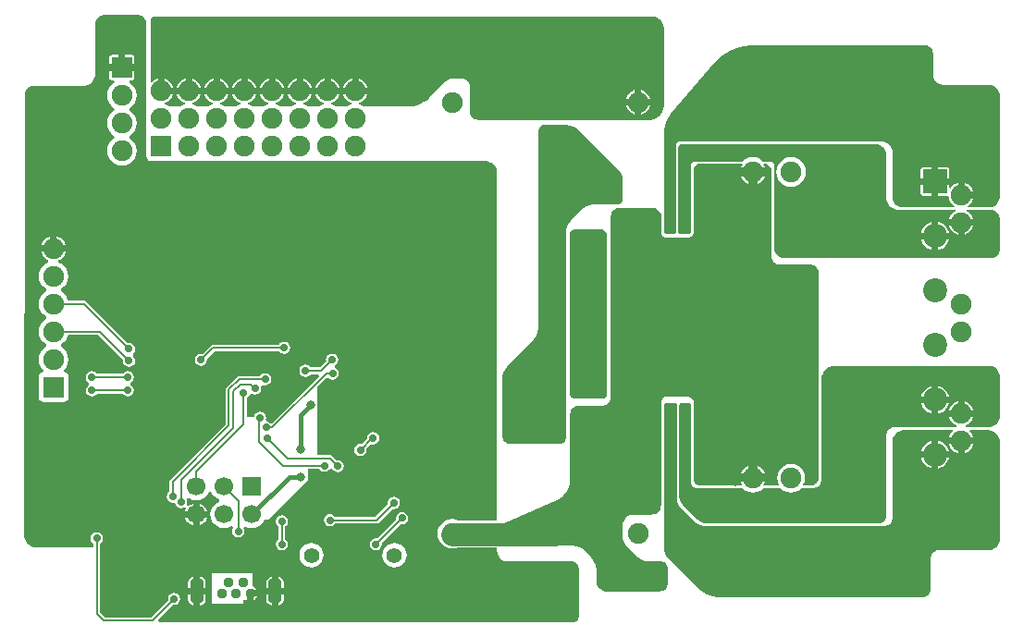
<source format=gtl>
G04 Layer_Physical_Order=1*
G04 Layer_Color=16776960*
%FSLAX43Y43*%
%MOMM*%
G71*
G01*
G75*
%ADD10C,0.200*%
%ADD11C,0.400*%
%ADD12C,2.100*%
%ADD13C,1.900*%
%ADD14R,1.900X1.900*%
%ADD15C,2.200*%
%ADD16R,2.200X2.200*%
%ADD17R,1.900X1.900*%
%ADD18C,1.400*%
%ADD19C,1.700*%
%ADD20R,1.700X1.700*%
%ADD21C,0.950*%
G04:AMPARAMS|DCode=22|XSize=2.2mm|YSize=1.2mm|CornerRadius=0.3mm|HoleSize=0mm|Usage=FLASHONLY|Rotation=90.000|XOffset=0mm|YOffset=0mm|HoleType=Round|Shape=RoundedRectangle|*
%AMROUNDEDRECTD22*
21,1,2.200,0.600,0,0,90.0*
21,1,1.600,1.200,0,0,90.0*
1,1,0.600,0.300,0.800*
1,1,0.600,0.300,-0.800*
1,1,0.600,-0.300,-0.800*
1,1,0.600,-0.300,0.800*
%
%ADD22ROUNDEDRECTD22*%
%ADD23C,0.700*%
%ADD24C,1.500*%
%ADD25C,1.000*%
%ADD26C,0.800*%
G36*
X47800Y45700D02*
X49576Y45700D01*
X49576Y45700D01*
Y45700D01*
X49796Y45700D01*
X50227Y45614D01*
X50633Y45446D01*
X50998Y45202D01*
X51153Y45046D01*
X54517Y41683D01*
X54517Y41683D01*
X54649Y41543D01*
X54812Y41298D01*
X54937Y40998D01*
X55000Y40680D01*
X55000Y40517D01*
X55000Y38900D01*
X55000Y38900D01*
X55000Y38810D01*
X54931Y38645D01*
X54805Y38519D01*
X54640Y38450D01*
X54550Y38450D01*
X52404Y38450D01*
X52404Y38450D01*
X52249Y38442D01*
X51946Y38382D01*
X51660Y38264D01*
X51403Y38092D01*
X51288Y37988D01*
X50212Y36912D01*
Y36912D01*
X50119Y36810D01*
X49966Y36580D01*
X49861Y36326D01*
X49807Y36055D01*
X49800Y35917D01*
X49800Y33900D01*
X49800Y21600D01*
X49800Y17100D01*
X49800Y17100D01*
X49800Y16981D01*
X49708Y16760D01*
X49540Y16591D01*
X49319Y16500D01*
X49200Y16500D01*
X44631Y16500D01*
X44496Y16527D01*
X44368Y16580D01*
X44254Y16656D01*
X44156Y16754D01*
X44080Y16868D01*
X44027Y16996D01*
X44000Y17131D01*
Y20000D01*
X44000Y22517D01*
X44000Y22517D01*
X44007Y22714D01*
X44063Y22998D01*
X44188Y23298D01*
X44368Y23568D01*
X44483Y23683D01*
X46717Y25917D01*
X46717Y25917D01*
X46717Y25917D01*
X46848Y26062D01*
X47065Y26386D01*
X47214Y26747D01*
X47290Y27129D01*
X47300Y27324D01*
X47300Y45200D01*
X47335Y45385D01*
X47376Y45483D01*
X47517Y45624D01*
X47701Y45700D01*
X47800Y45700D01*
D02*
G37*
G36*
X53325Y36079D02*
X53482Y35922D01*
X53567Y35717D01*
X53567Y35605D01*
X53567D01*
X53567Y35605D01*
X53567Y21064D01*
X53567Y20985D01*
X53506Y20838D01*
X53394Y20725D01*
X53287Y20681D01*
X53167Y20664D01*
X50617Y20664D01*
X50527Y20664D01*
X50362Y20733D01*
X50235Y20859D01*
X50167Y21025D01*
X50167Y21114D01*
X50167Y35667D01*
X50167Y35766D01*
X50243Y35949D01*
X50383Y36089D01*
X50565Y36164D01*
X50664Y36164D01*
X50664Y36164D01*
X53008Y36164D01*
X53119Y36164D01*
X53325Y36079D01*
D02*
G37*
G36*
X59767Y20264D02*
X59803Y20264D01*
X59869Y20237D01*
X59910Y20196D01*
X59947Y20084D01*
Y20084D01*
X59947Y19965D01*
X59947Y11469D01*
X59952Y11370D01*
X59990Y11177D01*
X60066Y10995D01*
X60161Y10852D01*
X60175Y10832D01*
X60241Y10758D01*
X60241Y10759D01*
X61659Y9341D01*
X61743Y9265D01*
X61933Y9138D01*
X62144Y9050D01*
X62369Y9006D01*
X62483Y9000D01*
X62681D01*
X62681Y9000D01*
X62701D01*
X62720Y8996D01*
X62883Y8996D01*
X78400D01*
X78473Y8996D01*
X78493Y9000D01*
X78943D01*
X79015Y9003D01*
X79155Y9031D01*
X79288Y9086D01*
X79407Y9166D01*
X79509Y9268D01*
X79588Y9387D01*
X79643Y9520D01*
X79671Y9660D01*
X79675Y9732D01*
X79675Y9732D01*
Y16675D01*
Y16782D01*
X79717Y16993D01*
X79799Y17191D01*
X79918Y17369D01*
X80070Y17521D01*
X80248Y17640D01*
X80446Y17722D01*
X80657Y17764D01*
X80764Y17764D01*
X80764Y17764D01*
X85164Y17764D01*
X85205Y17644D01*
X85156Y17606D01*
X84971Y17366D01*
X84856Y17086D01*
X84856Y17086D01*
X85976D01*
X87096D01*
X87096Y17086D01*
X86981Y17366D01*
X86796Y17606D01*
X86747Y17644D01*
X86788Y17764D01*
X88436D01*
X88540Y17764D01*
X88745Y17723D01*
X88937Y17644D01*
X89111Y17528D01*
X89258Y17380D01*
X89374Y17207D01*
X89454Y17014D01*
X89491Y16825D01*
X89494Y16709D01*
Y16705D01*
X89494Y16705D01*
X89495Y16705D01*
X89495Y7695D01*
Y7606D01*
X89460Y7434D01*
X89393Y7271D01*
X89295Y7124D01*
X89170Y7000D01*
X89024Y6902D01*
X88861Y6834D01*
X88718Y6806D01*
X88600Y6800D01*
X88600Y6800D01*
X88600Y6800D01*
X84000Y6800D01*
X83922Y6796D01*
X83768Y6766D01*
X83623Y6706D01*
X83492Y6618D01*
X83382Y6508D01*
X83294Y6377D01*
X83234Y6232D01*
X83212Y6122D01*
X83204Y6078D01*
X83200Y6000D01*
X83200Y6000D01*
X83200Y6000D01*
X83200Y3300D01*
X83200Y3213D01*
X83166Y3042D01*
X83099Y2881D01*
X83002Y2736D01*
X82879Y2612D01*
X82734Y2516D01*
X82573Y2449D01*
X82439Y2422D01*
X82315Y2415D01*
X77200Y2415D01*
X64065Y2415D01*
X63909Y2415D01*
X63598Y2445D01*
X63291Y2506D01*
X62991Y2597D01*
X62703Y2717D01*
X62427Y2864D01*
X62167Y3038D01*
X61925Y3237D01*
X61814Y3347D01*
X61814Y3347D01*
X59339Y5822D01*
X59199Y5963D01*
X58977Y6294D01*
X58825Y6662D01*
X58747Y7053D01*
X58747Y7252D01*
X58747Y10184D01*
X58747Y20045D01*
X58747Y20088D01*
X58781Y20169D01*
X58842Y20231D01*
X58923Y20264D01*
X58967Y20264D01*
X58967Y20264D01*
X59767Y20264D01*
D02*
G37*
G36*
X68293Y42068D02*
X68471Y41891D01*
X68567Y41659D01*
X68567Y41533D01*
X68567Y41533D01*
X68567Y41533D01*
X68567Y34900D01*
X68567Y33733D01*
X68571Y33651D01*
X68603Y33491D01*
X68665Y33340D01*
X68756Y33205D01*
X68871Y33089D01*
X69007Y32998D01*
X69158Y32936D01*
X69318Y32904D01*
X69400Y32900D01*
X72276Y32900D01*
X72424Y32870D01*
X72563Y32813D01*
X72689Y32729D01*
X72796Y32622D01*
X72880Y32496D01*
X72937Y32357D01*
X72958Y32251D01*
X72967Y32133D01*
Y32133D01*
X72967Y32133D01*
X72967Y32133D01*
X72967Y13467D01*
X72967Y13388D01*
X72936Y13233D01*
X72876Y13087D01*
X72788Y12955D01*
X72676Y12843D01*
X72544Y12755D01*
X72398Y12695D01*
X72288Y12673D01*
X72164Y12664D01*
X72037Y12664D01*
X71552D01*
X71501Y12791D01*
X71618Y13074D01*
X71661Y13400D01*
X71618Y13726D01*
X71492Y14030D01*
X71292Y14292D01*
X71030Y14492D01*
X70726Y14618D01*
X70400Y14661D01*
X70074Y14618D01*
X69770Y14492D01*
X69508Y14292D01*
X69308Y14030D01*
X69182Y13726D01*
X69139Y13400D01*
X69182Y13074D01*
X69299Y12791D01*
X69248Y12664D01*
X67929D01*
X67872Y12778D01*
X67905Y12820D01*
X67979Y13000D01*
X66900D01*
X65821D01*
X65895Y12820D01*
X65928Y12778D01*
X65871Y12664D01*
X62042Y12664D01*
X61928Y12664D01*
X61716Y12751D01*
X61554Y12913D01*
X61467Y13125D01*
X61467Y13239D01*
X61467Y13239D01*
X61467Y15618D01*
X61473Y15664D01*
X61467Y15710D01*
Y16618D01*
X61473Y16664D01*
X61467Y16710D01*
X61467Y17618D01*
X61473Y17664D01*
X61467Y17710D01*
X61467Y18618D01*
X61473Y18664D01*
X61467Y18710D01*
X61467Y19618D01*
X61473Y19664D01*
X61467Y19710D01*
Y20327D01*
X61458Y20419D01*
X61387Y20590D01*
X61257Y20720D01*
X61110Y20781D01*
X61086Y20791D01*
X60998Y20799D01*
X60994Y20800D01*
X60994Y20800D01*
X60994Y20800D01*
X59000Y20800D01*
X58907Y20791D01*
X58735Y20720D01*
X58604Y20588D01*
X58543Y20442D01*
X58533Y20416D01*
X58524Y20324D01*
X58524Y20324D01*
X58524D01*
X58524Y20199D01*
X58524Y20197D01*
X58524Y11024D01*
X58524Y10923D01*
X58484Y10725D01*
X58407Y10539D01*
X58295Y10371D01*
X58152Y10228D01*
X57985Y10116D01*
X57799Y10039D01*
X57625Y10005D01*
X57523Y10001D01*
X57500Y10000D01*
X57500Y10000D01*
X55900Y10000D01*
X55812Y9996D01*
X55639Y9961D01*
X55476Y9894D01*
X55329Y9796D01*
X55204Y9671D01*
X55106Y9524D01*
X55039Y9361D01*
X55011Y9221D01*
X55004Y9188D01*
X55000Y9100D01*
X55000Y9100D01*
X55000D01*
X55000Y9100D01*
X55000Y7983D01*
X55006Y7869D01*
X55050Y7644D01*
X55138Y7433D01*
X55262Y7247D01*
X55265Y7243D01*
X55341Y7159D01*
X55341Y7159D01*
X56359Y6141D01*
X56447Y6061D01*
X56645Y5929D01*
X56864Y5838D01*
X57098Y5792D01*
X57217Y5786D01*
X58414Y5786D01*
X58482Y5786D01*
X58614Y5760D01*
X58739Y5708D01*
X58851Y5633D01*
X58947Y5537D01*
X59022Y5425D01*
X59074Y5300D01*
X59090Y5217D01*
X59100Y5100D01*
Y5100D01*
X59100Y5100D01*
X59100Y5100D01*
X59100Y3700D01*
X59100Y3631D01*
X59073Y3496D01*
X59020Y3368D01*
X58944Y3254D01*
X58846Y3156D01*
X58732Y3080D01*
X58604Y3027D01*
X58523Y3011D01*
X58400Y3000D01*
X55000Y3000D01*
X53411D01*
X53237Y3035D01*
X53074Y3102D01*
X52926Y3201D01*
X52801Y3326D01*
X52702Y3474D01*
X52635Y3637D01*
X52600Y3811D01*
Y3900D01*
X52600D01*
X52600Y4700D01*
X52588Y4945D01*
X52492Y5426D01*
X52305Y5878D01*
X52033Y6286D01*
X51686Y6632D01*
X51278Y6905D01*
X50826Y7092D01*
X50345Y7188D01*
X50100Y7200D01*
X50100Y7200D01*
X50100Y7200D01*
X44100Y7200D01*
X44100Y9200D01*
X48979Y11372D01*
X49109Y11435D01*
X49352Y11589D01*
X49571Y11776D01*
X49761Y11993D01*
X49918Y12234D01*
X50039Y12496D01*
X50120Y12772D01*
X50162Y13057D01*
X50167Y13201D01*
X50167Y13201D01*
X50167Y19167D01*
Y19249D01*
X50199Y19410D01*
X50262Y19561D01*
X50353Y19698D01*
X50469Y19814D01*
X50606Y19905D01*
X50757Y19968D01*
X50918Y20000D01*
X51000D01*
X51000Y20000D01*
X53100Y20000D01*
X53178Y20004D01*
X53332Y20034D01*
X53477Y20094D01*
X53607Y20182D01*
X53718Y20292D01*
X53806Y20423D01*
X53866Y20568D01*
X53896Y20722D01*
X53900Y20800D01*
X53900Y20800D01*
Y31164D01*
X53900Y37300D01*
X53900Y37379D01*
X53931Y37533D01*
X53991Y37679D01*
X54079Y37810D01*
X54190Y37921D01*
X54321Y38009D01*
X54467Y38069D01*
X54621Y38100D01*
X54700D01*
X54700Y38100D01*
X57700Y38100D01*
X57781Y38100D01*
X57940Y38068D01*
X58090Y38006D01*
X58225Y37916D01*
X58340Y37801D01*
X58430Y37667D01*
X58492Y37517D01*
X58516Y37395D01*
X58524Y37277D01*
Y37276D01*
X58524Y37276D01*
X58524Y37276D01*
X58524Y35843D01*
X58532Y35757D01*
X58598Y35597D01*
X58720Y35475D01*
X58880Y35408D01*
X58967Y35400D01*
X60973Y35400D01*
X61070Y35409D01*
X61248Y35483D01*
X61384Y35619D01*
X61457Y35797D01*
X61467Y35894D01*
X61467Y35894D01*
Y41567D01*
X61467Y41686D01*
X61558Y41905D01*
X61726Y42073D01*
X61945Y42164D01*
X62064Y42164D01*
X62064Y42164D01*
X65893Y42164D01*
X65950Y42050D01*
X65895Y41980D01*
X65821Y41800D01*
X66900D01*
X67979D01*
X67905Y41980D01*
X67850Y42050D01*
X67907Y42164D01*
X67936D01*
X68061Y42164D01*
X68293Y42068D01*
D02*
G37*
G36*
X12164Y55664D02*
X57636Y55664D01*
X57636Y55664D01*
X57636Y55664D01*
X57636D01*
X57756Y55663D01*
X57968Y55620D01*
X58176Y55535D01*
X58362Y55410D01*
X58521Y55251D01*
X58646Y55064D01*
X58732Y54857D01*
X58775Y54637D01*
X58775Y54525D01*
X58775Y47575D01*
X58775Y47575D01*
Y47436D01*
X58721Y47164D01*
X58615Y46907D01*
X58460Y46676D01*
X58264Y46479D01*
X58033Y46325D01*
X57776Y46219D01*
X57503Y46164D01*
X57364D01*
X41836Y46164D01*
X41753D01*
X41592Y46196D01*
X41440Y46259D01*
X41303Y46351D01*
X41187Y46467D01*
X41095Y46604D01*
X41032Y46756D01*
X41000Y46918D01*
X41000Y49200D01*
X41000Y49200D01*
X41000Y49200D01*
X41000Y49200D01*
X40996Y49275D01*
X40988Y49317D01*
X40967Y49422D01*
X40910Y49560D01*
X40827Y49685D01*
X40721Y49791D01*
X40596Y49874D01*
X40458Y49931D01*
X40311Y49961D01*
X40236Y49964D01*
X39497Y49964D01*
X39497Y49964D01*
X39394Y49959D01*
X39194Y49919D01*
X39005Y49841D01*
X38834Y49727D01*
X38759Y49659D01*
X37295Y48195D01*
X37295Y48195D01*
X37204Y48104D01*
X37004Y47940D01*
X36789Y47796D01*
X36561Y47674D01*
X36322Y47575D01*
X36074Y47500D01*
X35821Y47450D01*
X35564Y47424D01*
X35434D01*
X31269Y47424D01*
X31211Y47469D01*
X30896Y47600D01*
X30884Y47644D01*
X30886Y47733D01*
X31110Y47825D01*
X31350Y48010D01*
X31535Y48250D01*
X31650Y48530D01*
X31650Y48530D01*
X29410D01*
X29410Y48530D01*
X29525Y48250D01*
X29710Y48010D01*
X29950Y47825D01*
X30174Y47733D01*
X30176Y47644D01*
X30164Y47600D01*
X29849Y47469D01*
X29791Y47424D01*
X28729Y47424D01*
X28671Y47469D01*
X28356Y47600D01*
X28344Y47644D01*
X28346Y47733D01*
X28570Y47825D01*
X28810Y48010D01*
X28995Y48250D01*
X29110Y48530D01*
X29110Y48530D01*
X26870D01*
X26870Y48530D01*
X26985Y48250D01*
X27170Y48010D01*
X27410Y47825D01*
X27634Y47733D01*
X27636Y47644D01*
X27624Y47600D01*
X27309Y47469D01*
X27251Y47424D01*
X26189D01*
X26131Y47469D01*
X25816Y47600D01*
X25804Y47644D01*
X25806Y47733D01*
X26030Y47825D01*
X26270Y48010D01*
X26455Y48250D01*
X26570Y48530D01*
X26570Y48530D01*
X24330D01*
X24330Y48530D01*
X24445Y48250D01*
X24630Y48010D01*
X24870Y47825D01*
X25094Y47733D01*
X25096Y47644D01*
X25084Y47600D01*
X24769Y47469D01*
X24711Y47424D01*
X23649Y47424D01*
X23591Y47469D01*
X23276Y47600D01*
X23264Y47644D01*
X23266Y47733D01*
X23490Y47825D01*
X23730Y48010D01*
X23915Y48250D01*
X24030Y48530D01*
X24030Y48530D01*
X21790D01*
X21790Y48530D01*
X21905Y48250D01*
X22090Y48010D01*
X22330Y47825D01*
X22554Y47733D01*
X22556Y47644D01*
X22544Y47600D01*
X22229Y47469D01*
X22171Y47424D01*
X21109Y47424D01*
X21051Y47469D01*
X20736Y47600D01*
X20724Y47644D01*
X20726Y47733D01*
X20950Y47825D01*
X21190Y48010D01*
X21375Y48250D01*
X21490Y48530D01*
X21490Y48530D01*
X19250D01*
X19250Y48530D01*
X19365Y48250D01*
X19550Y48010D01*
X19790Y47825D01*
X20014Y47733D01*
X20016Y47644D01*
X20004Y47600D01*
X19689Y47469D01*
X19631Y47424D01*
X18569D01*
X18511Y47469D01*
X18196Y47600D01*
X18184Y47644D01*
X18186Y47733D01*
X18410Y47825D01*
X18650Y48010D01*
X18835Y48250D01*
X18950Y48530D01*
X18950Y48530D01*
X16710D01*
X16710Y48530D01*
X16825Y48250D01*
X17010Y48010D01*
X17250Y47825D01*
X17474Y47733D01*
X17476Y47644D01*
X17464Y47600D01*
X17149Y47469D01*
X17091Y47424D01*
X16029Y47424D01*
X15971Y47469D01*
X15656Y47600D01*
X15644Y47644D01*
X15646Y47733D01*
X15870Y47825D01*
X16110Y48010D01*
X16295Y48250D01*
X16410Y48530D01*
X16410Y48530D01*
X14170D01*
X14170Y48530D01*
X14285Y48250D01*
X14470Y48010D01*
X14710Y47825D01*
X14934Y47733D01*
X14936Y47644D01*
X14924Y47600D01*
X14609Y47469D01*
X14551Y47424D01*
X13489Y47424D01*
X13431Y47469D01*
X13116Y47600D01*
X13104Y47644D01*
X13106Y47733D01*
X13330Y47825D01*
X13570Y48010D01*
X13755Y48250D01*
X13870Y48530D01*
X13870Y48530D01*
X12750D01*
Y48830D01*
X12450D01*
Y49950D01*
X12450Y49950D01*
X12170Y49835D01*
X11930Y49650D01*
X11920Y49638D01*
X11800Y49679D01*
Y55300D01*
X11800Y55372D01*
X11855Y55506D01*
X11958Y55609D01*
X12092Y55664D01*
X12164Y55664D01*
D02*
G37*
G36*
X88536Y23664D02*
X88630Y23664D01*
X88815Y23627D01*
X88990Y23555D01*
X89147Y23450D01*
X89281Y23317D01*
X89385Y23160D01*
X89458Y22985D01*
X89490Y22824D01*
X89495Y22706D01*
Y22705D01*
X89495Y22705D01*
X89495Y22705D01*
X89495Y18995D01*
X89495Y18903D01*
X89459Y18723D01*
X89389Y18554D01*
X89287Y18402D01*
X89157Y18272D01*
X89005Y18170D01*
X88836Y18100D01*
X88689Y18071D01*
X88564Y18064D01*
Y18064D01*
X86418Y18064D01*
X86391Y18076D01*
Y18213D01*
X86556Y18281D01*
X86796Y18466D01*
X86981Y18706D01*
X87096Y18986D01*
X87096Y18986D01*
X85976D01*
X84856D01*
X84856Y18986D01*
X84971Y18706D01*
X85156Y18466D01*
X85396Y18281D01*
X85561Y18213D01*
Y18076D01*
X85534Y18064D01*
X79864Y18064D01*
X79794Y18061D01*
X79655Y18033D01*
X79524Y17979D01*
X79407Y17900D01*
X79307Y17800D01*
X79228Y17683D01*
X79174Y17552D01*
X79156Y17464D01*
X79146Y17413D01*
X79143Y17343D01*
X79143D01*
X79143Y9943D01*
X79143Y9870D01*
X79114Y9726D01*
X79058Y9591D01*
X78977Y9469D01*
X78873Y9366D01*
X78752Y9285D01*
X78617Y9229D01*
X78473Y9200D01*
X78400Y9200D01*
X62883D01*
X62720Y9200D01*
X62402Y9263D01*
X62102Y9388D01*
X61832Y9568D01*
X61717Y9683D01*
X61717Y9683D01*
X61717D01*
X60541Y10859D01*
X60452Y10948D01*
X60312Y11157D01*
X60216Y11390D01*
X60167Y11637D01*
X60167Y12264D01*
X60167Y20104D01*
X60197Y20177D01*
X60254Y20234D01*
X60327Y20264D01*
X60367D01*
X60367Y20264D01*
X61067Y20264D01*
X61107Y20264D01*
X61180Y20234D01*
X61236Y20177D01*
X61263Y20113D01*
Y19710D01*
X61266Y19697D01*
X61265Y19684D01*
X61267Y19667D01*
Y19662D01*
X61265Y19645D01*
X61266Y19632D01*
X61263Y19618D01*
X61263Y18710D01*
X61266Y18697D01*
X61265Y18684D01*
X61267Y18667D01*
Y18662D01*
X61265Y18645D01*
X61266Y18632D01*
X61263Y18618D01*
X61263Y17710D01*
X61266Y17697D01*
X61265Y17684D01*
X61267Y17667D01*
Y17662D01*
X61265Y17645D01*
X61266Y17632D01*
X61263Y17618D01*
X61263Y16710D01*
X61266Y16697D01*
X61265Y16684D01*
X61267Y16667D01*
Y16662D01*
X61265Y16645D01*
X61266Y16632D01*
X61263Y16618D01*
Y15710D01*
X61266Y15697D01*
X61265Y15684D01*
X61267Y15667D01*
Y15662D01*
X61265Y15645D01*
X61266Y15632D01*
X61263Y15618D01*
X61263Y13239D01*
X61263Y13239D01*
X61263Y13125D01*
X61263Y13125D01*
X61263Y13125D01*
X61267Y13104D01*
Y13033D01*
X61278Y12922D01*
X61363Y12717D01*
X61519Y12560D01*
X61725Y12475D01*
X61836Y12464D01*
X61836Y12464D01*
X61907D01*
X61928Y12460D01*
X61928Y12460D01*
X61928Y12460D01*
X62043Y12460D01*
X65251Y12460D01*
X65267Y12458D01*
X65283Y12460D01*
X65871D01*
X65891Y12464D01*
X65916D01*
X65937Y12437D01*
X66219Y12221D01*
X66548Y12085D01*
X66900Y12038D01*
X67252Y12085D01*
X67581Y12221D01*
X67863Y12437D01*
X67884Y12464D01*
X67909D01*
X67929Y12460D01*
X69248D01*
X69248Y12460D01*
X69249Y12460D01*
X69268Y12464D01*
X69416D01*
X69437Y12437D01*
X69719Y12221D01*
X70048Y12085D01*
X70400Y12038D01*
X70752Y12085D01*
X71081Y12221D01*
X71363Y12437D01*
X71384Y12464D01*
X71532D01*
X71551Y12460D01*
X71552Y12460D01*
X71552Y12460D01*
X72037D01*
X72164Y12460D01*
X72171Y12462D01*
X72179Y12461D01*
X72227Y12464D01*
X72464D01*
X72533Y12468D01*
X72668Y12495D01*
X72796Y12547D01*
X72910Y12624D01*
X73007Y12721D01*
X73084Y12836D01*
X73137Y12963D01*
X73164Y13098D01*
X73167Y13167D01*
X73167Y13167D01*
Y13348D01*
X73167Y13348D01*
X73167Y13368D01*
X73171Y13388D01*
X73171Y13467D01*
X73171Y22514D01*
X73217Y22745D01*
X73315Y22981D01*
X73457Y23194D01*
X73637Y23375D01*
X73850Y23517D01*
X74086Y23614D01*
X74337Y23664D01*
X74464D01*
X74464Y23664D01*
X79143D01*
X88536Y23664D01*
D02*
G37*
G36*
X60467Y43964D02*
X78036Y43964D01*
X78036Y43964D01*
X78036Y43964D01*
X78037D01*
X78154Y43962D01*
X78359Y43922D01*
X78560Y43838D01*
X78741Y43717D01*
X78896Y43563D01*
X79017Y43382D01*
X79100Y43180D01*
X79143Y42966D01*
Y42857D01*
X79143Y38957D01*
X79143Y38957D01*
X79148Y38860D01*
X79185Y38669D01*
X79260Y38489D01*
X79368Y38327D01*
X79506Y38190D01*
X79668Y38082D01*
X79847Y38007D01*
X80038Y37969D01*
X80136Y37964D01*
X85484Y37964D01*
X85509Y37837D01*
X85396Y37791D01*
X85156Y37606D01*
X84971Y37366D01*
X84856Y37086D01*
X84856Y37086D01*
X85976D01*
X87096D01*
X87096Y37086D01*
X86981Y37366D01*
X86796Y37606D01*
X86556Y37791D01*
X86443Y37837D01*
X86468Y37964D01*
X88636Y37964D01*
X88636Y37964D01*
X88636Y37964D01*
X88636D01*
X88753Y37958D01*
X88886Y37931D01*
X89043Y37867D01*
X89183Y37773D01*
X89303Y37653D01*
X89397Y37512D01*
X89462Y37356D01*
X89495Y37190D01*
X89495Y34295D01*
X89495Y34295D01*
Y34216D01*
X89464Y34063D01*
X89404Y33918D01*
X89317Y33788D01*
X89206Y33677D01*
X89076Y33590D01*
X88932Y33531D01*
X88778Y33500D01*
X88700D01*
X69831Y33500D01*
X69831Y33500D01*
X69736Y33500D01*
X69550Y33537D01*
X69374Y33610D01*
X69217Y33715D01*
X69082Y33850D01*
X68977Y34008D01*
X68904Y34183D01*
X68867Y34369D01*
X68867Y34464D01*
X68867Y41942D01*
X68867Y42064D01*
X68867Y42064D01*
X68867Y42065D01*
X68861Y42123D01*
X68816Y42231D01*
X68734Y42314D01*
X68625Y42359D01*
X68567Y42364D01*
X68081D01*
X68061Y42368D01*
X68061Y42368D01*
X68061Y42368D01*
X67936Y42368D01*
X67907D01*
X67887Y42364D01*
X67861Y42364D01*
X67581Y42579D01*
X67252Y42715D01*
X66900Y42762D01*
X66548Y42715D01*
X66219Y42579D01*
X65939Y42364D01*
X65913D01*
X65893Y42368D01*
X62064Y42368D01*
X62064Y42368D01*
X61945Y42368D01*
X61926Y42364D01*
X61567D01*
Y42364D01*
X61508Y42359D01*
X61400Y42314D01*
X61318Y42231D01*
X61273Y42123D01*
X61267Y42064D01*
Y41706D01*
X61263Y41686D01*
X61263Y41567D01*
Y35915D01*
X61236Y35851D01*
X61180Y35795D01*
X61107Y35764D01*
X60267Y35764D01*
X60227Y35764D01*
X60154Y35795D01*
X60097Y35851D01*
X60067Y35925D01*
X60067Y35964D01*
Y43564D01*
X60067Y43644D01*
X60128Y43791D01*
X60240Y43903D01*
X60387Y43964D01*
X60467Y43964D01*
D02*
G37*
G36*
X82600Y53000D02*
X82600Y53000D01*
X82600D01*
X82717Y52992D01*
X82833Y52969D01*
X82979Y52909D01*
X83110Y52821D01*
X83221Y52710D01*
X83309Y52579D01*
X83369Y52433D01*
X83400Y52279D01*
X83400Y52200D01*
X83400Y50300D01*
X83400Y50300D01*
X83404Y50212D01*
X83439Y50039D01*
X83506Y49876D01*
X83604Y49729D01*
X83729Y49604D01*
X83876Y49506D01*
X84039Y49439D01*
X84212Y49404D01*
X84300Y49400D01*
X88500Y49400D01*
X88500Y49400D01*
X88500Y49400D01*
X88500D01*
X88617Y49396D01*
X88790Y49362D01*
X88971Y49287D01*
X89134Y49178D01*
X89273Y49039D01*
X89381Y48876D01*
X89456Y48695D01*
X89495Y48503D01*
X89495Y48405D01*
X89495Y39095D01*
X89494Y39094D01*
X89494Y39003D01*
X89459Y38823D01*
X89389Y38654D01*
X89287Y38502D01*
X89157Y38372D01*
X89005Y38270D01*
X88836Y38200D01*
X88668Y38167D01*
X88647Y38168D01*
X88641Y38167D01*
X88636Y38168D01*
X88636D01*
X88636Y38168D01*
X86609Y38168D01*
X86581Y38229D01*
X86574Y38295D01*
X86796Y38466D01*
X86981Y38706D01*
X87096Y38986D01*
X87096Y38986D01*
X85976D01*
Y39286D01*
X85676D01*
Y40406D01*
X85676Y40406D01*
X85396Y40291D01*
X85156Y40106D01*
X85007Y39912D01*
X84880Y39955D01*
Y40236D01*
X83876D01*
Y39232D01*
X84676D01*
X84695Y39235D01*
X84820Y39166D01*
X84834Y39148D01*
X84856Y38986D01*
X84971Y38706D01*
X85156Y38466D01*
X85378Y38295D01*
X85372Y38229D01*
X85343Y38168D01*
X80566Y38168D01*
X80391Y38203D01*
X80207Y38279D01*
X80041Y38390D01*
X79901Y38531D01*
X79790Y38696D01*
X79714Y38880D01*
X79675Y39075D01*
X79675Y43134D01*
X79675Y43259D01*
X79675D01*
X79675Y43262D01*
X79675Y43262D01*
X79671Y43347D01*
X79665Y43376D01*
Y43376D01*
X79662Y43388D01*
X79636Y43521D01*
X79568Y43686D01*
X79469Y43833D01*
X79344Y43959D01*
X79196Y44057D01*
X79032Y44125D01*
X78858Y44160D01*
X78769Y44164D01*
X78166Y44164D01*
X78157Y44166D01*
X78040Y44168D01*
X78039Y44168D01*
X78037Y44168D01*
X78036D01*
X78036Y44168D01*
X60467Y44168D01*
X60388Y44168D01*
X60387Y44168D01*
X60387Y44168D01*
X60367Y44164D01*
X60167D01*
X60167Y44164D01*
X60108Y44158D01*
X60000Y44113D01*
X59917Y44031D01*
X59873Y43923D01*
X59867Y43864D01*
X59867Y43664D01*
X59863Y43644D01*
X59863Y43644D01*
X59863Y43644D01*
X59863Y43564D01*
Y35964D01*
X59863Y35925D01*
X59863Y35925D01*
X59863Y35925D01*
X59864Y35918D01*
X59836Y35851D01*
X59780Y35795D01*
X59707Y35764D01*
X58967Y35764D01*
X58927Y35764D01*
X58854Y35795D01*
X58797Y35851D01*
X58767Y35924D01*
X58767Y35964D01*
X58767Y44883D01*
X58767Y45002D01*
X58767Y45002D01*
X58767Y45002D01*
X58767Y45240D01*
X58851Y45707D01*
X59016Y46153D01*
X59258Y46562D01*
X59412Y46742D01*
X63462Y51449D01*
X63462Y51449D01*
X63462Y51449D01*
X63619Y51631D01*
X63969Y51959D01*
X64353Y52248D01*
X64765Y52494D01*
X65202Y52694D01*
X65657Y52846D01*
X66126Y52948D01*
X66604Y53000D01*
X66844Y53000D01*
X79100Y53000D01*
X82600D01*
X82600Y53000D01*
D02*
G37*
G36*
X10628Y55772D02*
X10704Y55772D01*
X10854Y55742D01*
X10994Y55684D01*
X11120Y55599D01*
X11228Y55492D01*
X11312Y55365D01*
X11370Y55225D01*
X11378Y55185D01*
X11400Y55000D01*
Y55000D01*
X11400Y55000D01*
X11400Y55000D01*
X11400Y48918D01*
X11388Y48830D01*
X11400Y48742D01*
X11400Y46378D01*
X11388Y46290D01*
X11400Y46202D01*
Y44739D01*
X11392Y44700D01*
Y42800D01*
X11423Y42644D01*
X11512Y42512D01*
X11644Y42423D01*
X11800Y42392D01*
X13700D01*
X13739Y42400D01*
X15202D01*
X15290Y42388D01*
X15378Y42400D01*
X17742D01*
X17830Y42388D01*
X17918Y42400D01*
X20282D01*
X20370Y42388D01*
X20458Y42400D01*
X22822D01*
X22910Y42388D01*
X22998Y42400D01*
X25362D01*
X25450Y42388D01*
X25538Y42400D01*
X27902D01*
X27990Y42388D01*
X28078Y42400D01*
X30442D01*
X30530Y42388D01*
X30618Y42400D01*
X42400D01*
X42508Y42400D01*
X42721Y42358D01*
X42921Y42275D01*
X43101Y42154D01*
X43254Y42001D01*
X43375Y41821D01*
X43458Y41621D01*
X43485Y41485D01*
X43500Y41300D01*
Y41300D01*
X43500Y41300D01*
X43500Y41300D01*
X43500Y24100D01*
X43500Y18500D01*
X43500Y17500D01*
X43500Y9511D01*
X39970D01*
X39752Y9601D01*
X39400Y9648D01*
X39048Y9601D01*
X38719Y9465D01*
X38437Y9249D01*
X38221Y8967D01*
X38085Y8638D01*
X38038Y8286D01*
X38085Y7934D01*
X38221Y7605D01*
X38437Y7323D01*
X38719Y7107D01*
X39048Y6971D01*
X39400Y6924D01*
X39752Y6971D01*
X39798Y6990D01*
X43500D01*
Y6700D01*
X43505Y6607D01*
X43541Y6424D01*
X43612Y6252D01*
X43716Y6097D01*
X43847Y5966D01*
X44002Y5862D01*
X44174Y5791D01*
X44357Y5755D01*
X44450Y5750D01*
X46167Y5750D01*
X50281D01*
X50349Y5750D01*
X50481Y5724D01*
X50606Y5672D01*
X50718Y5597D01*
X50814Y5501D01*
X50889Y5389D01*
X50940Y5264D01*
X50943Y5248D01*
X50966Y5064D01*
Y5064D01*
X50966Y5064D01*
X50966Y5064D01*
X50967Y767D01*
X50967Y654D01*
X50881Y446D01*
X50721Y286D01*
X50535Y209D01*
X12528D01*
X12451Y394D01*
X13818Y1760D01*
X13925Y1739D01*
X14140Y1782D01*
X14321Y1903D01*
X14443Y2085D01*
X14486Y2300D01*
X14443Y2515D01*
X14321Y2697D01*
X14140Y2818D01*
X13925Y2861D01*
X13710Y2818D01*
X13528Y2697D01*
X13407Y2515D01*
X13364Y2300D01*
X13385Y2193D01*
X11803Y611D01*
X7622D01*
X7163Y1070D01*
Y7406D01*
X7250Y7464D01*
X7371Y7646D01*
X7414Y7861D01*
X7371Y8075D01*
X7250Y8257D01*
X7068Y8379D01*
X6853Y8422D01*
X6639Y8379D01*
X6457Y8257D01*
X6335Y8075D01*
X6293Y7861D01*
X6335Y7646D01*
X6457Y7464D01*
X6551Y7401D01*
Y7000D01*
X1400Y7000D01*
X1285D01*
X1058Y7045D01*
X845Y7133D01*
X653Y7262D01*
X490Y7425D01*
X362Y7617D01*
X273Y7830D01*
X228Y8056D01*
Y8172D01*
X241Y48443D01*
X241Y48528D01*
X274Y48693D01*
X339Y48849D01*
X433Y48989D01*
X552Y49109D01*
X692Y49203D01*
X848Y49267D01*
X1014Y49300D01*
X1098Y49300D01*
X1098Y49300D01*
X5700Y49300D01*
X5798Y49305D01*
X5990Y49343D01*
X6171Y49418D01*
X6334Y49527D01*
X6473Y49666D01*
X6582Y49829D01*
X6657Y50010D01*
X6695Y50202D01*
X6700Y50300D01*
X6700Y50300D01*
Y54900D01*
X6700Y54986D01*
X6733Y55154D01*
X6799Y55313D01*
X6895Y55456D01*
X7016Y55577D01*
X7159Y55672D01*
X7317Y55738D01*
X7486Y55772D01*
X7572Y55772D01*
X7572Y55772D01*
X10628Y55772D01*
D02*
G37*
%LPC*%
G36*
X85676Y16486D02*
X84856D01*
X84856Y16486D01*
X84971Y16206D01*
X85156Y15966D01*
X85396Y15781D01*
X85676Y15666D01*
X85676Y15666D01*
Y16486D01*
D02*
G37*
G36*
X83876Y16807D02*
Y15836D01*
X84848D01*
X84843Y15875D01*
X84712Y16191D01*
X84503Y16463D01*
X84232Y16671D01*
X83915Y16802D01*
X83876Y16807D01*
D02*
G37*
G36*
X83276Y16807D02*
X83237Y16802D01*
X82920Y16671D01*
X82649Y16463D01*
X82440Y16191D01*
X82310Y15875D01*
X82304Y15836D01*
X83276D01*
Y16807D01*
D02*
G37*
G36*
Y15236D02*
X82304D01*
X82310Y15196D01*
X82440Y14880D01*
X82649Y14609D01*
X82920Y14400D01*
X83237Y14269D01*
X83276Y14264D01*
Y15236D01*
D02*
G37*
G36*
X84848D02*
X83876D01*
Y14264D01*
X83915Y14269D01*
X84232Y14400D01*
X84503Y14609D01*
X84712Y14880D01*
X84843Y15196D01*
X84848Y15236D01*
D02*
G37*
G36*
X87096Y16486D02*
X86276D01*
Y15666D01*
X86276Y15666D01*
X86556Y15781D01*
X86796Y15966D01*
X86981Y16206D01*
X87096Y16486D01*
X87096Y16486D01*
D02*
G37*
G36*
X67300Y14479D02*
Y13800D01*
X67979D01*
X67905Y13980D01*
X67720Y14220D01*
X67480Y14405D01*
X67300Y14479D01*
D02*
G37*
G36*
X66500Y14479D02*
X66320Y14405D01*
X66080Y14220D01*
X65895Y13980D01*
X65821Y13800D01*
X66500D01*
Y14479D01*
D02*
G37*
G36*
X67979Y41000D02*
X67300D01*
Y40321D01*
X67480Y40395D01*
X67720Y40580D01*
X67905Y40820D01*
X67979Y41000D01*
D02*
G37*
G36*
X66500D02*
X65821D01*
X65895Y40820D01*
X66080Y40580D01*
X66320Y40395D01*
X66500Y40321D01*
Y41000D01*
D02*
G37*
G36*
X18130Y49950D02*
Y49130D01*
X18950D01*
X18950Y49130D01*
X18835Y49410D01*
X18650Y49650D01*
X18410Y49835D01*
X18130Y49950D01*
X18130Y49950D01*
D02*
G37*
G36*
X17530D02*
X17530Y49950D01*
X17250Y49835D01*
X17010Y49650D01*
X16825Y49410D01*
X16710Y49130D01*
X16710Y49130D01*
X17530D01*
Y49950D01*
D02*
G37*
G36*
X20670D02*
Y49130D01*
X21490D01*
X21490Y49130D01*
X21375Y49410D01*
X21190Y49650D01*
X20950Y49835D01*
X20670Y49950D01*
X20670Y49950D01*
D02*
G37*
G36*
X20070D02*
X20070Y49950D01*
X19790Y49835D01*
X19550Y49650D01*
X19365Y49410D01*
X19250Y49130D01*
X19250Y49130D01*
X20070D01*
Y49950D01*
D02*
G37*
G36*
X15590D02*
Y49130D01*
X16410D01*
X16410Y49130D01*
X16295Y49410D01*
X16110Y49650D01*
X15870Y49835D01*
X15590Y49950D01*
X15590Y49950D01*
D02*
G37*
G36*
X56700Y48906D02*
Y48086D01*
X57520D01*
X57520Y48086D01*
X57405Y48366D01*
X57220Y48606D01*
X56980Y48791D01*
X56700Y48906D01*
X56700Y48906D01*
D02*
G37*
G36*
X56100D02*
X56100Y48906D01*
X55820Y48791D01*
X55580Y48606D01*
X55395Y48366D01*
X55280Y48086D01*
X55280Y48086D01*
X56100D01*
Y48906D01*
D02*
G37*
G36*
X14990Y49950D02*
X14990Y49950D01*
X14710Y49835D01*
X14470Y49650D01*
X14285Y49410D01*
X14170Y49130D01*
X14170Y49130D01*
X14990D01*
Y49950D01*
D02*
G37*
G36*
X13050D02*
Y49130D01*
X13870D01*
X13870Y49130D01*
X13755Y49410D01*
X13570Y49650D01*
X13330Y49835D01*
X13050Y49950D01*
X13050Y49950D01*
D02*
G37*
G36*
X22610D02*
X22610Y49950D01*
X22330Y49835D01*
X22090Y49650D01*
X21905Y49410D01*
X21790Y49130D01*
X21790Y49130D01*
X22610D01*
Y49950D01*
D02*
G37*
G36*
X30830D02*
Y49130D01*
X31650D01*
X31650Y49130D01*
X31535Y49410D01*
X31350Y49650D01*
X31110Y49835D01*
X30830Y49950D01*
X30830Y49950D01*
D02*
G37*
G36*
X30230D02*
X30230Y49950D01*
X29950Y49835D01*
X29710Y49650D01*
X29525Y49410D01*
X29410Y49130D01*
X29410Y49130D01*
X30230D01*
Y49950D01*
D02*
G37*
G36*
X28290D02*
Y49130D01*
X29110D01*
X29110Y49130D01*
X28995Y49410D01*
X28810Y49650D01*
X28570Y49835D01*
X28290Y49950D01*
X28290Y49950D01*
D02*
G37*
G36*
X25150D02*
X25150Y49950D01*
X24870Y49835D01*
X24630Y49650D01*
X24445Y49410D01*
X24330Y49130D01*
X24330Y49130D01*
X25150D01*
Y49950D01*
D02*
G37*
G36*
X23210D02*
Y49130D01*
X24030D01*
X24030Y49130D01*
X23915Y49410D01*
X23730Y49650D01*
X23490Y49835D01*
X23210Y49950D01*
X23210Y49950D01*
D02*
G37*
G36*
X27690D02*
X27690Y49950D01*
X27410Y49835D01*
X27170Y49650D01*
X26985Y49410D01*
X26870Y49130D01*
X26870Y49130D01*
X27690D01*
Y49950D01*
D02*
G37*
G36*
X25750D02*
Y49130D01*
X26570D01*
X26570Y49130D01*
X26455Y49410D01*
X26270Y49650D01*
X26030Y49835D01*
X25750Y49950D01*
X25750Y49950D01*
D02*
G37*
G36*
X56100Y47486D02*
X55280D01*
X55280Y47486D01*
X55395Y47206D01*
X55580Y46966D01*
X55820Y46781D01*
X56100Y46666D01*
X56100Y46666D01*
Y47486D01*
D02*
G37*
G36*
X57520D02*
X56700D01*
Y46666D01*
X56700Y46666D01*
X56980Y46781D01*
X57220Y46966D01*
X57405Y47206D01*
X57520Y47486D01*
X57520Y47486D01*
D02*
G37*
G36*
X86276Y20406D02*
Y19586D01*
X87096D01*
X87096Y19586D01*
X86981Y19866D01*
X86796Y20106D01*
X86556Y20291D01*
X86276Y20406D01*
X86276Y20406D01*
D02*
G37*
G36*
X83876Y21807D02*
Y20836D01*
X84848D01*
X84843Y20875D01*
X84712Y21191D01*
X84503Y21463D01*
X84232Y21671D01*
X83915Y21802D01*
X83876Y21807D01*
D02*
G37*
G36*
X83276Y21807D02*
X83237Y21802D01*
X82920Y21671D01*
X82649Y21463D01*
X82440Y21191D01*
X82310Y20875D01*
X82304Y20836D01*
X83276D01*
Y21807D01*
D02*
G37*
G36*
X85676Y20406D02*
X85676Y20406D01*
X85396Y20291D01*
X85156Y20106D01*
X84971Y19866D01*
X84856Y19586D01*
X84856Y19586D01*
X85676D01*
Y20406D01*
D02*
G37*
G36*
X83276Y20236D02*
X82304D01*
X82310Y20196D01*
X82440Y19880D01*
X82649Y19609D01*
X82920Y19400D01*
X83237Y19269D01*
X83276Y19264D01*
Y20236D01*
D02*
G37*
G36*
X84848D02*
X83876D01*
Y19264D01*
X83915Y19269D01*
X84232Y19400D01*
X84503Y19609D01*
X84712Y19880D01*
X84843Y20196D01*
X84848Y20236D01*
D02*
G37*
G36*
X85676Y36486D02*
X84856D01*
X84856Y36486D01*
X84971Y36206D01*
X85156Y35966D01*
X85396Y35781D01*
X85676Y35666D01*
X85676Y35666D01*
Y36486D01*
D02*
G37*
G36*
X87096D02*
X86276D01*
Y35666D01*
X86276Y35666D01*
X86556Y35781D01*
X86796Y35966D01*
X86981Y36206D01*
X87096Y36486D01*
X87096Y36486D01*
D02*
G37*
G36*
X83876Y36807D02*
Y35836D01*
X84848D01*
X84843Y35875D01*
X84712Y36191D01*
X84503Y36463D01*
X84232Y36671D01*
X83915Y36802D01*
X83876Y36807D01*
D02*
G37*
G36*
X83276Y36807D02*
X83237Y36802D01*
X82920Y36671D01*
X82649Y36463D01*
X82440Y36191D01*
X82310Y35875D01*
X82304Y35836D01*
X83276D01*
Y36807D01*
D02*
G37*
G36*
X84848Y35236D02*
X83876D01*
Y34264D01*
X83915Y34269D01*
X84232Y34400D01*
X84503Y34609D01*
X84712Y34880D01*
X84843Y35196D01*
X84848Y35236D01*
D02*
G37*
G36*
X83276D02*
X82304D01*
X82310Y35196D01*
X82440Y34880D01*
X82649Y34609D01*
X82920Y34400D01*
X83237Y34269D01*
X83276Y34264D01*
Y35236D01*
D02*
G37*
G36*
X70400Y42762D02*
X70048Y42715D01*
X69719Y42579D01*
X69437Y42363D01*
X69221Y42081D01*
X69085Y41752D01*
X69038Y41400D01*
X69085Y41048D01*
X69221Y40719D01*
X69437Y40437D01*
X69719Y40221D01*
X70048Y40085D01*
X70400Y40038D01*
X70752Y40085D01*
X71081Y40221D01*
X71363Y40437D01*
X71579Y40719D01*
X71715Y41048D01*
X71762Y41400D01*
X71715Y41752D01*
X71579Y42081D01*
X71363Y42363D01*
X71081Y42579D01*
X70752Y42715D01*
X70400Y42762D01*
D02*
G37*
G36*
X83276Y40236D02*
X82272D01*
Y39436D01*
X82288Y39358D01*
X82332Y39292D01*
X82398Y39247D01*
X82476Y39232D01*
X83276D01*
Y40236D01*
D02*
G37*
G36*
X84676Y41840D02*
X83876D01*
Y40836D01*
X84880D01*
Y41636D01*
X84864Y41714D01*
X84820Y41780D01*
X84754Y41824D01*
X84676Y41840D01*
D02*
G37*
G36*
X83276D02*
X82476D01*
X82398Y41824D01*
X82332Y41780D01*
X82288Y41714D01*
X82272Y41636D01*
Y40836D01*
X83276D01*
Y41840D01*
D02*
G37*
G36*
X86276Y40406D02*
Y39586D01*
X87096D01*
X87096Y39586D01*
X86981Y39866D01*
X86796Y40106D01*
X86556Y40291D01*
X86276Y40406D01*
X86276Y40406D01*
D02*
G37*
G36*
X2900Y34391D02*
D01*
Y34091D01*
X1780D01*
X1780Y34091D01*
X1895Y33811D01*
X2080Y33571D01*
X2320Y33386D01*
X2438Y33337D01*
Y33121D01*
X2219Y33030D01*
X1937Y32814D01*
X1721Y32532D01*
X1585Y32203D01*
X1538Y31851D01*
X1585Y31499D01*
X1721Y31170D01*
X1937Y30888D01*
X2190Y30694D01*
X2206Y30581D01*
X2190Y30468D01*
X1937Y30274D01*
X1721Y29992D01*
X1585Y29663D01*
X1538Y29311D01*
X1585Y28959D01*
X1721Y28630D01*
X1937Y28348D01*
X2190Y28154D01*
X2206Y28041D01*
X2190Y27928D01*
X1937Y27734D01*
X1721Y27452D01*
X1585Y27123D01*
X1538Y26771D01*
X1585Y26419D01*
X1721Y26090D01*
X1937Y25808D01*
X2190Y25614D01*
X2206Y25501D01*
X2190Y25388D01*
X1937Y25194D01*
X1721Y24912D01*
X1585Y24583D01*
X1538Y24231D01*
X1585Y23879D01*
X1721Y23550D01*
X1937Y23268D01*
X1962Y23249D01*
X1957Y23159D01*
X1906Y23040D01*
X1794Y23018D01*
X1662Y22929D01*
X1573Y22797D01*
X1542Y22641D01*
Y20741D01*
X1573Y20585D01*
X1662Y20453D01*
X1794Y20364D01*
X1950Y20333D01*
X3850D01*
X4006Y20364D01*
X4138Y20453D01*
X4227Y20585D01*
X4258Y20741D01*
Y22641D01*
X4227Y22797D01*
X4138Y22929D01*
X4006Y23018D01*
X3894Y23040D01*
X3843Y23159D01*
X3838Y23249D01*
X3863Y23268D01*
X4079Y23550D01*
X4215Y23879D01*
X4262Y24231D01*
X4215Y24583D01*
X4079Y24912D01*
X3863Y25194D01*
X3610Y25388D01*
X3594Y25501D01*
X3610Y25614D01*
X3863Y25808D01*
X4079Y26090D01*
X4215Y26419D01*
X4221Y26465D01*
X7002D01*
X9260Y24207D01*
X9239Y24100D01*
X9282Y23885D01*
X9403Y23703D01*
X9585Y23582D01*
X9800Y23539D01*
X10015Y23582D01*
X10197Y23703D01*
X10318Y23885D01*
X10361Y24100D01*
X10318Y24315D01*
X10197Y24497D01*
X10147Y24530D01*
Y24770D01*
X10197Y24803D01*
X10318Y24985D01*
X10361Y25200D01*
X10318Y25415D01*
X10197Y25597D01*
X10015Y25718D01*
X9800Y25761D01*
X9693Y25740D01*
X5905Y29527D01*
X5806Y29594D01*
X5689Y29617D01*
X5689Y29617D01*
X4221D01*
X4215Y29663D01*
X4079Y29992D01*
X3863Y30274D01*
X3610Y30468D01*
X3594Y30581D01*
X3610Y30694D01*
X3863Y30888D01*
X4079Y31170D01*
X4215Y31499D01*
X4262Y31851D01*
X4215Y32203D01*
X4079Y32532D01*
X3863Y32814D01*
X3581Y33030D01*
X3362Y33121D01*
Y33337D01*
X3480Y33386D01*
X3720Y33571D01*
X3905Y33811D01*
X4020Y34091D01*
X4020Y34091D01*
X2900D01*
Y34391D01*
D02*
G37*
G36*
X9700Y23161D02*
X9485Y23118D01*
X9303Y22997D01*
X9243Y22906D01*
X6857D01*
X6797Y22997D01*
X6615Y23118D01*
X6400Y23161D01*
X6185Y23118D01*
X6003Y22997D01*
X5882Y22815D01*
X5839Y22600D01*
X5882Y22385D01*
X6003Y22203D01*
X6142Y22111D01*
X6157Y22043D01*
Y21957D01*
X6142Y21889D01*
X6003Y21797D01*
X5882Y21615D01*
X5839Y21400D01*
X5882Y21185D01*
X6003Y21003D01*
X6185Y20882D01*
X6400Y20839D01*
X6615Y20882D01*
X6797Y21003D01*
X6857Y21094D01*
X9243D01*
X9303Y21003D01*
X9485Y20882D01*
X9700Y20839D01*
X9915Y20882D01*
X10097Y21003D01*
X10218Y21185D01*
X10261Y21400D01*
X10218Y21615D01*
X10097Y21797D01*
X9958Y21889D01*
X9943Y21957D01*
Y22043D01*
X9958Y22111D01*
X10097Y22203D01*
X10218Y22385D01*
X10261Y22600D01*
X10218Y22815D01*
X10097Y22997D01*
X9915Y23118D01*
X9700Y23161D01*
D02*
G37*
G36*
X32150Y17586D02*
X31935Y17543D01*
X31753Y17422D01*
X31632Y17240D01*
X31589Y17025D01*
X31594Y17001D01*
X31083Y16490D01*
X30977Y16512D01*
X30762Y16469D01*
X30580Y16347D01*
X30458Y16165D01*
X30416Y15951D01*
X30458Y15736D01*
X30580Y15554D01*
X30762Y15433D01*
X30977Y15390D01*
X31191Y15433D01*
X31373Y15554D01*
X31495Y15736D01*
X31537Y15951D01*
X31516Y16058D01*
X31960Y16502D01*
X32150Y16464D01*
X32365Y16507D01*
X32547Y16628D01*
X32668Y16810D01*
X32711Y17025D01*
X32668Y17240D01*
X32547Y17422D01*
X32365Y17543D01*
X32150Y17586D01*
D02*
G37*
G36*
X28400Y24761D02*
X28185Y24718D01*
X28003Y24597D01*
X27882Y24415D01*
X27839Y24200D01*
X27860Y24093D01*
X27273Y23506D01*
X26407D01*
X26347Y23597D01*
X26165Y23718D01*
X25950Y23761D01*
X25735Y23718D01*
X25553Y23597D01*
X25432Y23415D01*
X25389Y23200D01*
X25432Y22985D01*
X25553Y22803D01*
X25735Y22682D01*
X25950Y22639D01*
X26165Y22682D01*
X26347Y22803D01*
X26407Y22894D01*
X27100D01*
X27177Y22709D01*
X22854Y18387D01*
X22757Y18397D01*
X22575Y18518D01*
X22462Y18541D01*
X22347Y18657D01*
X22332Y18755D01*
X22361Y18900D01*
X22318Y19115D01*
X22197Y19297D01*
X22015Y19418D01*
X21800Y19461D01*
X21585Y19418D01*
X21403Y19297D01*
X21282Y19115D01*
X21259Y19000D01*
X20606D01*
Y20743D01*
X20697Y20803D01*
X20818Y20985D01*
X20828Y21034D01*
X21048Y21115D01*
X21135Y21057D01*
X21350Y21014D01*
X21565Y21057D01*
X21747Y21178D01*
X21868Y21360D01*
X21911Y21575D01*
X21868Y21790D01*
X21860Y21801D01*
X22005Y21945D01*
X22060Y21908D01*
X22275Y21865D01*
X22490Y21908D01*
X22672Y22030D01*
X22793Y22211D01*
X22836Y22426D01*
X22793Y22641D01*
X22672Y22823D01*
X22490Y22944D01*
X22275Y22987D01*
X22060Y22944D01*
X21878Y22823D01*
X21818Y22732D01*
X19910D01*
X19793Y22709D01*
X19694Y22642D01*
X19694Y22642D01*
X18734Y21682D01*
X18667Y21583D01*
X18644Y21466D01*
X18644Y21466D01*
Y18302D01*
X13584Y13241D01*
X13517Y13142D01*
X13494Y13025D01*
X13494Y13025D01*
Y12132D01*
X13403Y12072D01*
X13282Y11890D01*
X13239Y11675D01*
X13282Y11460D01*
X13403Y11278D01*
X13585Y11157D01*
X13800Y11114D01*
X14015Y11157D01*
X14018Y11155D01*
X14057Y10960D01*
X14178Y10778D01*
X14360Y10657D01*
X14575Y10614D01*
X14790Y10657D01*
X14937Y10756D01*
X14959Y10733D01*
X15076Y10608D01*
X15043Y10565D01*
X14948Y10335D01*
X15660D01*
Y11047D01*
X15430Y10952D01*
X15211Y10784D01*
X15075Y10896D01*
X15093Y10960D01*
X15136Y11175D01*
X15093Y11390D01*
X15062Y11437D01*
X15210Y11575D01*
X15330Y11483D01*
X15634Y11357D01*
X15960Y11314D01*
X16286Y11357D01*
X16590Y11483D01*
X16852Y11683D01*
X17052Y11945D01*
X17122Y12113D01*
X17338D01*
X17408Y11945D01*
X17608Y11683D01*
X17870Y11483D01*
X18038Y11413D01*
Y11197D01*
X17870Y11127D01*
X17608Y10927D01*
X17408Y10665D01*
X17282Y10361D01*
X17239Y10035D01*
X17282Y9709D01*
X17408Y9405D01*
X17608Y9143D01*
X17870Y8943D01*
X18174Y8817D01*
X18500Y8774D01*
X18826Y8817D01*
X19130Y8943D01*
X19345Y8856D01*
X19351Y8818D01*
X19282Y8715D01*
X19239Y8500D01*
X19282Y8285D01*
X19403Y8103D01*
X19585Y7982D01*
X19800Y7939D01*
X20015Y7982D01*
X20197Y8103D01*
X20318Y8285D01*
X20361Y8500D01*
X20318Y8715D01*
X20254Y8810D01*
X20402Y8949D01*
X20410Y8943D01*
X20714Y8817D01*
X21040Y8774D01*
X21366Y8817D01*
X21670Y8943D01*
X21931Y9143D01*
X22132Y9405D01*
X22214Y9603D01*
X22443Y9657D01*
X22550Y9550D01*
X26200Y13200D01*
X26200Y14194D01*
X27243D01*
X27303Y14103D01*
X27485Y13982D01*
X27700Y13939D01*
X27915Y13982D01*
X28097Y14103D01*
X28199Y14257D01*
X28316Y14259D01*
X28407Y14235D01*
X28407Y14235D01*
X28528Y14053D01*
X28710Y13932D01*
X28925Y13889D01*
X29140Y13932D01*
X29322Y14053D01*
X29443Y14235D01*
X29486Y14450D01*
X29443Y14665D01*
X29322Y14847D01*
X29140Y14968D01*
X28925Y15011D01*
X28818Y14990D01*
X28416Y15391D01*
X28317Y15458D01*
X28200Y15481D01*
X28200Y15481D01*
X27075D01*
Y21742D01*
X27842Y22510D01*
X28053Y22553D01*
X28235Y22432D01*
X28450Y22389D01*
X28665Y22432D01*
X28847Y22553D01*
X28968Y22735D01*
X29011Y22950D01*
X28968Y23165D01*
X28847Y23347D01*
X28665Y23468D01*
X28615Y23478D01*
X28615Y23682D01*
X28615Y23682D01*
X28797Y23803D01*
X28918Y23985D01*
X28961Y24200D01*
X28918Y24415D01*
X28797Y24597D01*
X28615Y24718D01*
X28400Y24761D01*
D02*
G37*
G36*
X15724Y4330D02*
X15724D01*
X15529Y4291D01*
X15363Y4180D01*
X15253Y4015D01*
X15214Y3820D01*
Y3320D01*
X15724D01*
Y4330D01*
D02*
G37*
G36*
X21505Y2500D02*
X21199D01*
Y2194D01*
X21239Y2210D01*
X21380Y2319D01*
X21488Y2460D01*
X21505Y2500D01*
D02*
G37*
G36*
X22874Y4330D02*
X22874D01*
X22679Y4291D01*
X22513Y4180D01*
X22403Y4015D01*
X22364Y3820D01*
Y3320D01*
X22874D01*
Y4330D01*
D02*
G37*
G36*
X23474D02*
Y3320D01*
X23984D01*
Y3820D01*
X23945Y4015D01*
X23834Y4180D01*
X23669Y4291D01*
X23474Y4330D01*
D02*
G37*
G36*
X16324D02*
Y3320D01*
X16834D01*
Y3820D01*
X16795Y4015D01*
X16684Y4180D01*
X16519Y4291D01*
X16324Y4330D01*
D02*
G37*
G36*
X22874Y2720D02*
X22364D01*
Y2220D01*
X22403Y2025D01*
X22513Y1860D01*
X22679Y1749D01*
X22874Y1710D01*
X22874D01*
Y2720D01*
D02*
G37*
G36*
X15724D02*
X15214D01*
Y2220D01*
X15253Y2025D01*
X15363Y1860D01*
X15529Y1749D01*
X15724Y1710D01*
X15724D01*
Y2720D01*
D02*
G37*
G36*
X16834D02*
X16324D01*
Y1710D01*
X16519Y1749D01*
X16684Y1860D01*
X16795Y2025D01*
X16834Y2220D01*
Y2720D01*
D02*
G37*
G36*
X17400Y4683D02*
X17400Y1900D01*
X20288Y1900D01*
Y2174D01*
X20485Y2267D01*
X20512Y2246D01*
X20558Y2210D01*
X20599Y2194D01*
Y2800D01*
X20899D01*
Y3100D01*
X21505D01*
X21488Y3140D01*
X21380Y3281D01*
X21239Y3390D01*
X21129Y3435D01*
X21129Y3780D01*
X21131Y3800D01*
X21129Y3820D01*
X21129Y4683D01*
X20249Y4683D01*
X20249Y4683D01*
X20249Y4683D01*
X18949Y4683D01*
X18949Y4683D01*
X18949Y4683D01*
X17400Y4683D01*
D02*
G37*
G36*
X23984Y2720D02*
X23474D01*
Y1710D01*
X23669Y1749D01*
X23834Y1860D01*
X23945Y2025D01*
X23984Y2220D01*
Y2720D01*
D02*
G37*
G36*
X16260Y11047D02*
Y10335D01*
X16972D01*
X16877Y10565D01*
X16709Y10784D01*
X16490Y10952D01*
X16260Y11047D01*
D02*
G37*
G36*
X34800Y10261D02*
X34585Y10218D01*
X34403Y10097D01*
X34282Y9915D01*
X34239Y9700D01*
X34261Y9593D01*
X32507Y7839D01*
X32400Y7861D01*
X32185Y7818D01*
X32003Y7697D01*
X31882Y7515D01*
X31839Y7300D01*
X31882Y7085D01*
X32003Y6903D01*
X32185Y6782D01*
X32400Y6739D01*
X32615Y6782D01*
X32797Y6903D01*
X32918Y7085D01*
X32961Y7300D01*
X32940Y7407D01*
X34693Y9160D01*
X34800Y9139D01*
X35015Y9182D01*
X35197Y9303D01*
X35318Y9485D01*
X35361Y9700D01*
X35318Y9915D01*
X35197Y10097D01*
X35015Y10218D01*
X34800Y10261D01*
D02*
G37*
G36*
X34050Y11661D02*
X33835Y11618D01*
X33653Y11497D01*
X33532Y11315D01*
X33489Y11100D01*
X33511Y10993D01*
X32348Y9831D01*
X28657D01*
X28597Y9922D01*
X28415Y10043D01*
X28200Y10086D01*
X27985Y10043D01*
X27803Y9922D01*
X27682Y9740D01*
X27639Y9525D01*
X27682Y9310D01*
X27803Y9128D01*
X27985Y9007D01*
X28200Y8964D01*
X28415Y9007D01*
X28597Y9128D01*
X28657Y9219D01*
X32475D01*
X32475Y9219D01*
X32592Y9242D01*
X32691Y9309D01*
X33943Y10561D01*
X34050Y10539D01*
X34265Y10582D01*
X34447Y10703D01*
X34568Y10885D01*
X34611Y11100D01*
X34568Y11315D01*
X34447Y11497D01*
X34265Y11618D01*
X34050Y11661D01*
D02*
G37*
G36*
X34100Y7409D02*
X33813Y7372D01*
X33545Y7261D01*
X33315Y7085D01*
X33139Y6855D01*
X33028Y6587D01*
X32991Y6300D01*
X33028Y6013D01*
X33139Y5745D01*
X33315Y5515D01*
X33545Y5339D01*
X33813Y5228D01*
X34100Y5191D01*
X34387Y5228D01*
X34655Y5339D01*
X34885Y5515D01*
X35061Y5745D01*
X35172Y6013D01*
X35209Y6300D01*
X35172Y6587D01*
X35061Y6855D01*
X34885Y7085D01*
X34655Y7261D01*
X34387Y7372D01*
X34100Y7409D01*
D02*
G37*
G36*
X26500D02*
X26213Y7372D01*
X25945Y7261D01*
X25715Y7085D01*
X25539Y6855D01*
X25428Y6587D01*
X25391Y6300D01*
X25428Y6013D01*
X25539Y5745D01*
X25715Y5515D01*
X25945Y5339D01*
X26213Y5228D01*
X26500Y5191D01*
X26787Y5228D01*
X27055Y5339D01*
X27285Y5515D01*
X27461Y5745D01*
X27572Y6013D01*
X27609Y6300D01*
X27572Y6587D01*
X27461Y6855D01*
X27285Y7085D01*
X27055Y7261D01*
X26787Y7372D01*
X26500Y7409D01*
D02*
G37*
G36*
X23800Y9961D02*
X23585Y9918D01*
X23403Y9797D01*
X23282Y9615D01*
X23239Y9400D01*
X23282Y9185D01*
X23403Y9003D01*
X23494Y8943D01*
Y7757D01*
X23403Y7697D01*
X23282Y7515D01*
X23239Y7300D01*
X23282Y7085D01*
X23403Y6903D01*
X23585Y6782D01*
X23800Y6739D01*
X24015Y6782D01*
X24197Y6903D01*
X24318Y7085D01*
X24361Y7300D01*
X24318Y7515D01*
X24197Y7697D01*
X24106Y7757D01*
Y8943D01*
X24197Y9003D01*
X24318Y9185D01*
X24361Y9400D01*
X24318Y9615D01*
X24197Y9797D01*
X24015Y9918D01*
X23800Y9961D01*
D02*
G37*
G36*
X16972Y9735D02*
X16260D01*
Y9023D01*
X16490Y9118D01*
X16709Y9286D01*
X16877Y9505D01*
X16972Y9735D01*
D02*
G37*
G36*
X15660D02*
X14948D01*
X15043Y9505D01*
X15211Y9286D01*
X15430Y9118D01*
X15660Y9023D01*
Y9735D01*
D02*
G37*
G36*
X10100Y52124D02*
X9450D01*
Y51270D01*
X10304D01*
Y51920D01*
X10288Y51998D01*
X10244Y52064D01*
X10178Y52108D01*
X10100Y52124D01*
D02*
G37*
G36*
X8850D02*
X8200D01*
X8122Y52108D01*
X8056Y52064D01*
X8012Y51998D01*
X7996Y51920D01*
Y51270D01*
X8850D01*
Y52124D01*
D02*
G37*
G36*
X3200Y35511D02*
Y34691D01*
X4020D01*
X4020Y34691D01*
X3905Y34971D01*
X3720Y35211D01*
X3480Y35396D01*
X3200Y35511D01*
X3200Y35511D01*
D02*
G37*
G36*
X24000Y25861D02*
X23785Y25818D01*
X23603Y25697D01*
X23543Y25606D01*
X17500D01*
X17500Y25606D01*
X17383Y25583D01*
X17284Y25516D01*
X16507Y24740D01*
X16400Y24761D01*
X16185Y24718D01*
X16003Y24597D01*
X15882Y24415D01*
X15839Y24200D01*
X15882Y23985D01*
X16003Y23803D01*
X16185Y23682D01*
X16400Y23639D01*
X16615Y23682D01*
X16797Y23803D01*
X16918Y23985D01*
X16961Y24200D01*
X16940Y24307D01*
X17627Y24994D01*
X23543D01*
X23603Y24903D01*
X23785Y24782D01*
X24000Y24739D01*
X24215Y24782D01*
X24397Y24903D01*
X24518Y25085D01*
X24561Y25300D01*
X24518Y25515D01*
X24397Y25697D01*
X24215Y25818D01*
X24000Y25861D01*
D02*
G37*
G36*
X2600Y35511D02*
X2600Y35511D01*
X2320Y35396D01*
X2080Y35211D01*
X1895Y34971D01*
X1780Y34691D01*
X1780Y34691D01*
X2600D01*
Y35511D01*
D02*
G37*
G36*
X10304Y50670D02*
X9150D01*
X7996D01*
Y50020D01*
X8012Y49942D01*
X8056Y49876D01*
X8122Y49832D01*
X8200Y49816D01*
X8446D01*
X8486Y49616D01*
X8469Y49609D01*
X8187Y49393D01*
X7971Y49111D01*
X7835Y48782D01*
X7788Y48430D01*
X7835Y48078D01*
X7971Y47749D01*
X8187Y47467D01*
X8440Y47273D01*
X8456Y47160D01*
X8440Y47047D01*
X8187Y46853D01*
X7971Y46571D01*
X7835Y46242D01*
X7788Y45890D01*
X7835Y45538D01*
X7971Y45209D01*
X8187Y44927D01*
X8440Y44733D01*
X8456Y44620D01*
X8440Y44507D01*
X8187Y44313D01*
X7971Y44031D01*
X7835Y43702D01*
X7788Y43350D01*
X7835Y42998D01*
X7971Y42669D01*
X8187Y42387D01*
X8469Y42171D01*
X8798Y42035D01*
X9150Y41988D01*
X9502Y42035D01*
X9831Y42171D01*
X10113Y42387D01*
X10329Y42669D01*
X10465Y42998D01*
X10512Y43350D01*
X10465Y43702D01*
X10329Y44031D01*
X10113Y44313D01*
X9860Y44507D01*
X9844Y44620D01*
X9860Y44733D01*
X10113Y44927D01*
X10329Y45209D01*
X10465Y45538D01*
X10512Y45890D01*
X10465Y46242D01*
X10329Y46571D01*
X10113Y46853D01*
X9860Y47047D01*
X9844Y47160D01*
X9860Y47273D01*
X10113Y47467D01*
X10329Y47749D01*
X10465Y48078D01*
X10512Y48430D01*
X10465Y48782D01*
X10329Y49111D01*
X10113Y49393D01*
X9831Y49609D01*
X9814Y49616D01*
X9854Y49816D01*
X10100D01*
X10178Y49832D01*
X10244Y49876D01*
X10288Y49942D01*
X10304Y50020D01*
Y50670D01*
D02*
G37*
%LPD*%
D10*
X6857Y943D02*
Y7857D01*
Y943D02*
X7495Y305D01*
X27400Y23200D02*
X28400Y24200D01*
X25950Y23200D02*
X27400D01*
X20300Y18269D02*
Y21200D01*
X15960Y13929D02*
X20300Y18269D01*
X32400Y7300D02*
X32400D01*
X34800Y9700D01*
X15960Y12575D02*
Y13929D01*
X28200Y15175D02*
X28925Y14450D01*
X24325Y15175D02*
X28200D01*
X22500Y17000D02*
X24325Y15175D01*
X23900Y14500D02*
X27700D01*
X21711Y16689D02*
X23900Y14500D01*
X21711Y16689D02*
Y18811D01*
X32475Y9525D02*
X34050Y11100D01*
X28200Y9525D02*
X32475D01*
X17500Y25300D02*
X23900D01*
X16400Y24200D02*
X17500Y25300D01*
X6400Y22600D02*
X9700D01*
X6400Y21400D02*
X9700D01*
X2900Y26771D02*
X7129D01*
X9800Y24100D01*
X2900Y29311D02*
X5689D01*
X9800Y25200D01*
X21711Y18811D02*
X21800Y18900D01*
X30977Y15951D02*
X31076D01*
X30977D02*
X32051Y17025D01*
X32150D01*
X22325Y22475D02*
X22375D01*
X14575Y11175D02*
Y13175D01*
X19350Y17950D01*
X20975Y21950D02*
X21350Y21575D01*
X20000Y21950D02*
X20975D01*
X19350Y21300D02*
X20000Y21950D01*
X19350Y17950D02*
Y21300D01*
X13800Y11675D02*
Y13025D01*
X18950Y18175D01*
Y21466D01*
X19910Y22426D01*
X22275D01*
X18500Y12575D02*
X19800Y11275D01*
Y8500D02*
Y11275D01*
X23800Y7300D02*
Y9400D01*
X22361Y18000D02*
X22900D01*
X27850Y22950D01*
X28425D01*
X7495Y305D02*
X11930D01*
X13925Y2300D01*
D11*
X24455Y13450D02*
X25550D01*
X21040Y10035D02*
X24455Y13450D01*
X25550Y16000D02*
Y19150D01*
X26435Y20035D01*
D12*
X39367Y8250D02*
X48819D01*
D13*
X85976Y39286D02*
D03*
Y36786D02*
D03*
Y16786D02*
D03*
Y19286D02*
D03*
Y29286D02*
D03*
Y26786D02*
D03*
X22910Y43750D02*
D03*
X25450D02*
D03*
X30530D02*
D03*
X27990D02*
D03*
Y46290D02*
D03*
X30530D02*
D03*
X25450D02*
D03*
X22910D02*
D03*
Y48830D02*
D03*
X25450D02*
D03*
X30530D02*
D03*
X27990D02*
D03*
X20370D02*
D03*
X17830D02*
D03*
X15290D02*
D03*
X12750D02*
D03*
Y46290D02*
D03*
X15290D02*
D03*
X17830D02*
D03*
X20370D02*
D03*
X17830Y43750D02*
D03*
X15290D02*
D03*
X20370D02*
D03*
X9150Y43350D02*
D03*
X9150Y48430D02*
D03*
X9150Y45890D02*
D03*
X2900Y31851D02*
D03*
Y29311D02*
D03*
Y24231D02*
D03*
Y26771D02*
D03*
Y34391D02*
D03*
X39400Y8286D02*
D03*
X56400D02*
D03*
X39400Y47786D02*
D03*
X56400D02*
D03*
X66900Y13400D02*
D03*
X70400Y13400D02*
D03*
X66900Y41400D02*
D03*
X70400D02*
D03*
D14*
X12750Y43750D02*
D03*
D15*
X83576Y15536D02*
D03*
Y25536D02*
D03*
X83576Y35536D02*
D03*
X83576Y30536D02*
D03*
X83576Y20536D02*
D03*
D16*
X83576Y40536D02*
D03*
D17*
X9150Y50970D02*
D03*
X2900Y21691D02*
D03*
D18*
X26500Y6300D02*
D03*
X34100D02*
D03*
D19*
X21040Y10035D02*
D03*
X18500Y10035D02*
D03*
X15960Y10035D02*
D03*
X15960Y12575D02*
D03*
X18500D02*
D03*
D20*
X21040D02*
D03*
D21*
X19599Y2800D02*
D03*
X18299D02*
D03*
X20899D02*
D03*
X18949Y3800D02*
D03*
X20249D02*
D03*
D22*
X23174Y3020D02*
D03*
X16024D02*
D03*
D23*
X25350Y3050D02*
D03*
X34200Y800D02*
D03*
X8200Y1300D02*
D03*
X23100Y19500D02*
D03*
X9525Y9850D02*
D03*
X11525D02*
D03*
X9525Y7850D02*
D03*
X10525Y8850D02*
D03*
X32400Y7300D02*
D03*
X23100Y21100D02*
D03*
X20300Y21200D02*
D03*
X32150Y17025D02*
D03*
X28925Y14450D02*
D03*
X22500Y17000D02*
D03*
X34050Y11100D02*
D03*
X34800Y9700D02*
D03*
X28200Y9525D02*
D03*
X28450Y22950D02*
D03*
X21800Y18900D02*
D03*
X24000Y25300D02*
D03*
X16400Y24200D02*
D03*
X9700Y22600D02*
D03*
X6400D02*
D03*
Y21400D02*
D03*
X9700D02*
D03*
X9800Y25200D02*
D03*
Y24100D02*
D03*
X13750Y35950D02*
D03*
X20300Y31730D02*
D03*
X23450Y28250D02*
D03*
X25800Y34350D02*
D03*
X20550D02*
D03*
X19650D02*
D03*
X18650D02*
D03*
X17650D02*
D03*
X16750D02*
D03*
X48042Y3864D02*
D03*
X47317D02*
D03*
X46592D02*
D03*
X45867D02*
D03*
X45142D02*
D03*
Y4639D02*
D03*
Y5364D02*
D03*
X45867Y4639D02*
D03*
Y5364D02*
D03*
X46592D02*
D03*
Y4639D02*
D03*
X47317Y5364D02*
D03*
Y4639D02*
D03*
X48042Y5364D02*
D03*
Y4639D02*
D03*
X52867Y28664D02*
D03*
Y27964D02*
D03*
Y27264D02*
D03*
Y26564D02*
D03*
Y25864D02*
D03*
Y25164D02*
D03*
Y29364D02*
D03*
Y30064D02*
D03*
Y30764D02*
D03*
X51467Y30764D02*
D03*
X50767Y30764D02*
D03*
X52167Y30764D02*
D03*
X51467Y30064D02*
D03*
X50767Y30064D02*
D03*
X52167Y30064D02*
D03*
X51467Y29364D02*
D03*
X50767Y29364D02*
D03*
X52167Y29364D02*
D03*
X51467Y25164D02*
D03*
X50767Y25164D02*
D03*
X51467Y25864D02*
D03*
X50767Y25864D02*
D03*
X52167Y25864D02*
D03*
Y25164D02*
D03*
X48767Y3864D02*
D03*
Y4639D02*
D03*
X49492D02*
D03*
X52167Y26564D02*
D03*
X50767Y26564D02*
D03*
X51467Y26564D02*
D03*
X52167Y27264D02*
D03*
X50767Y27264D02*
D03*
X51467Y27264D02*
D03*
X52167Y27964D02*
D03*
X50767Y27964D02*
D03*
X51467Y27964D02*
D03*
X52167Y28664D02*
D03*
X50767Y28664D02*
D03*
X51467Y28664D02*
D03*
X48767Y5364D02*
D03*
X49492D02*
D03*
X50217D02*
D03*
Y4639D02*
D03*
X29750Y18900D02*
D03*
Y21200D02*
D03*
X17900Y20300D02*
D03*
X11282Y17503D02*
D03*
X11282Y19275D02*
D03*
X19300Y31730D02*
D03*
X29800Y16000D02*
D03*
X25500Y10675D02*
D03*
X26250Y8400D02*
D03*
X27700Y14500D02*
D03*
X22361Y18000D02*
D03*
X30977Y15951D02*
D03*
X11525Y7850D02*
D03*
X6853Y7861D02*
D03*
X14575Y11175D02*
D03*
X13800Y11675D02*
D03*
X22275Y22426D02*
D03*
X21350Y21575D02*
D03*
X19800Y8500D02*
D03*
X23800Y9400D02*
D03*
Y7300D02*
D03*
X28400Y24200D02*
D03*
X25950Y23200D02*
D03*
X13900Y4100D02*
D03*
X13925Y2300D02*
D03*
X7625Y5475D02*
D03*
X34750Y22750D02*
D03*
Y12250D02*
D03*
X40900Y20800D02*
D03*
Y19600D02*
D03*
D24*
X56903Y37200D02*
D03*
X58175Y4864D02*
D03*
D25*
X78067Y52161D02*
D03*
X79492Y52141D02*
D03*
X80917Y52161D02*
D03*
X82342D02*
D03*
X48100Y17200D02*
D03*
X47100Y17200D02*
D03*
X48100Y18300D02*
D03*
X47100Y18300D02*
D03*
X48100Y19400D02*
D03*
X47100Y19400D02*
D03*
Y21600D02*
D03*
X48100Y21600D02*
D03*
X47100Y20500D02*
D03*
X48100Y20500D02*
D03*
X72175Y31900D02*
D03*
X71067D02*
D03*
X72175Y28600D02*
D03*
X71067D02*
D03*
X68850Y31900D02*
D03*
Y28600D02*
D03*
X69958D02*
D03*
Y31900D02*
D03*
X49100Y42800D02*
D03*
X48000D02*
D03*
Y45000D02*
D03*
Y43900D02*
D03*
X49100Y45000D02*
D03*
Y43900D02*
D03*
X65267Y16500D02*
D03*
X57467Y52264D02*
D03*
X56367D02*
D03*
X55267D02*
D03*
X54167D02*
D03*
X50867D02*
D03*
X51967D02*
D03*
X53067D02*
D03*
Y51164D02*
D03*
Y50064D02*
D03*
X51967D02*
D03*
Y51164D02*
D03*
X50867Y50064D02*
D03*
Y51164D02*
D03*
X54167D02*
D03*
Y50064D02*
D03*
X55267Y51164D02*
D03*
Y50064D02*
D03*
X56367D02*
D03*
Y51164D02*
D03*
X57467Y50064D02*
D03*
Y51164D02*
D03*
X65067Y37064D02*
D03*
Y38164D02*
D03*
Y39264D02*
D03*
X82142Y3164D02*
D03*
X80717D02*
D03*
X59367Y19664D02*
D03*
X51867Y21264D02*
D03*
X50867Y21264D02*
D03*
X51867Y22364D02*
D03*
X50867Y22364D02*
D03*
X54267Y39064D02*
D03*
X78167Y48664D02*
D03*
X79467Y48644D02*
D03*
X73067Y43364D02*
D03*
Y42064D02*
D03*
X73092Y40064D02*
D03*
Y38764D02*
D03*
X79292Y3184D02*
D03*
X77867Y3164D02*
D03*
X76467Y11764D02*
D03*
Y13064D02*
D03*
Y15264D02*
D03*
Y16564D02*
D03*
X60767Y16664D02*
D03*
Y15664D02*
D03*
X59367Y16664D02*
D03*
Y15664D02*
D03*
X59267Y36336D02*
D03*
X60667D02*
D03*
X59267Y37336D02*
D03*
X60667Y37336D02*
D03*
X60767Y17664D02*
D03*
Y18664D02*
D03*
X59367Y17664D02*
D03*
Y18664D02*
D03*
X60767Y19664D02*
D03*
X65267Y15364D02*
D03*
Y14264D02*
D03*
Y13164D02*
D03*
X54167Y49064D02*
D03*
Y47964D02*
D03*
Y46864D02*
D03*
X53067Y49064D02*
D03*
Y47964D02*
D03*
Y46864D02*
D03*
X51967D02*
D03*
Y47964D02*
D03*
Y49064D02*
D03*
X50867Y46864D02*
D03*
Y47964D02*
D03*
Y49064D02*
D03*
X55667Y14364D02*
D03*
Y13364D02*
D03*
X54667Y13364D02*
D03*
Y14364D02*
D03*
X76442Y38764D02*
D03*
Y40064D02*
D03*
X76467Y42064D02*
D03*
Y43364D02*
D03*
X50867Y35564D02*
D03*
X50867Y33564D02*
D03*
X50867Y34564D02*
D03*
X51867Y35550D02*
D03*
X51867Y33550D02*
D03*
X51867Y34550D02*
D03*
X72175Y30775D02*
D03*
Y29675D02*
D03*
D26*
X25550Y13450D02*
D03*
X26424Y20047D02*
D03*
X25550Y16000D02*
D03*
M02*

</source>
